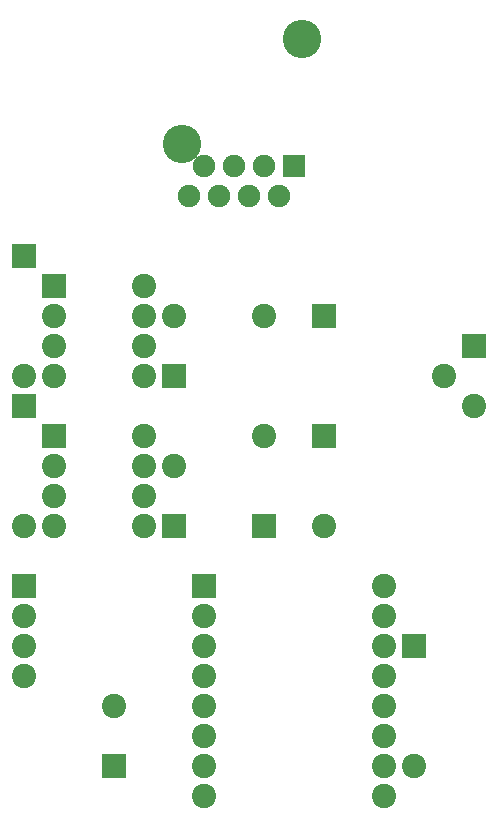
<source format=gbr>
G04 start of page 7 for group -4063 idx -4063 *
G04 Title: driver, componentmask *
G04 Creator: pcb 20140316 *
G04 CreationDate: Wed 27 Jan 2016 09:44:16 PM GMT UTC *
G04 For: veox *
G04 Format: Gerber/RS-274X *
G04 PCB-Dimensions (mil): 1800.00 3000.00 *
G04 PCB-Coordinate-Origin: lower left *
%MOIN*%
%FSLAX25Y25*%
%LNTOPMASK*%
%ADD35C,0.1280*%
%ADD34C,0.0750*%
%ADD33C,0.0001*%
%ADD32C,0.0810*%
G54D32*X60000Y130000D03*
Y140000D03*
Y150000D03*
Y160000D03*
G54D33*G36*
X65950Y134050D02*Y125950D01*
X74050D01*
Y134050D01*
X65950D01*
G37*
G54D32*X70000Y150000D03*
G54D33*G36*
X65950Y184050D02*Y175950D01*
X74050D01*
Y184050D01*
X65950D01*
G37*
G54D32*X70000Y200000D03*
X60000D03*
Y210000D03*
Y180000D03*
Y190000D03*
G54D33*G36*
X45950Y54050D02*Y45950D01*
X54050D01*
Y54050D01*
X45950D01*
G37*
G54D32*X50000Y70000D03*
G54D33*G36*
X15950Y174050D02*Y165950D01*
X24050D01*
Y174050D01*
X15950D01*
G37*
G54D32*X20000Y180000D03*
G54D33*G36*
X15950Y114050D02*Y105950D01*
X24050D01*
Y114050D01*
X15950D01*
G37*
G54D32*X20000Y100000D03*
Y90000D03*
Y80000D03*
Y130000D03*
G54D33*G36*
X25950Y214050D02*Y205950D01*
X34050D01*
Y214050D01*
X25950D01*
G37*
G54D32*X30000Y200000D03*
Y190000D03*
Y180000D03*
Y150000D03*
Y140000D03*
Y130000D03*
G54D33*G36*
X25950Y164050D02*Y155950D01*
X34050D01*
Y164050D01*
X25950D01*
G37*
G36*
X15950Y224050D02*Y215950D01*
X24050D01*
Y224050D01*
X15950D01*
G37*
G36*
X115950Y204050D02*Y195950D01*
X124050D01*
Y204050D01*
X115950D01*
G37*
G54D32*X100000Y200000D03*
G54D33*G36*
X115950Y164050D02*Y155950D01*
X124050D01*
Y164050D01*
X115950D01*
G37*
G54D32*X100000Y160000D03*
G54D33*G36*
X95950Y134050D02*Y125950D01*
X104050D01*
Y134050D01*
X95950D01*
G37*
G54D32*X120000Y130000D03*
G54D34*X100000Y250000D03*
X90000D03*
X80000D03*
X95000Y240000D03*
X85000D03*
X75000D03*
G54D33*G36*
X106250Y253750D02*Y246250D01*
X113750D01*
Y253750D01*
X106250D01*
G37*
G54D34*X105000Y240000D03*
G54D35*X112500Y292500D03*
X72500Y257500D03*
G54D32*X140000Y70000D03*
Y80000D03*
Y90000D03*
Y100000D03*
Y110000D03*
Y40000D03*
Y50000D03*
Y60000D03*
G54D33*G36*
X145950Y94050D02*Y85950D01*
X154050D01*
Y94050D01*
X145950D01*
G37*
G54D32*X150000Y50000D03*
X80000Y60000D03*
Y50000D03*
Y40000D03*
G54D33*G36*
X75950Y114050D02*Y105950D01*
X84050D01*
Y114050D01*
X75950D01*
G37*
G54D32*X80000Y100000D03*
Y90000D03*
Y80000D03*
Y70000D03*
G54D33*G36*
X165950Y194050D02*Y185950D01*
X174050D01*
Y194050D01*
X165950D01*
G37*
G54D32*X160000Y180000D03*
X170000Y170000D03*
M02*

</source>
